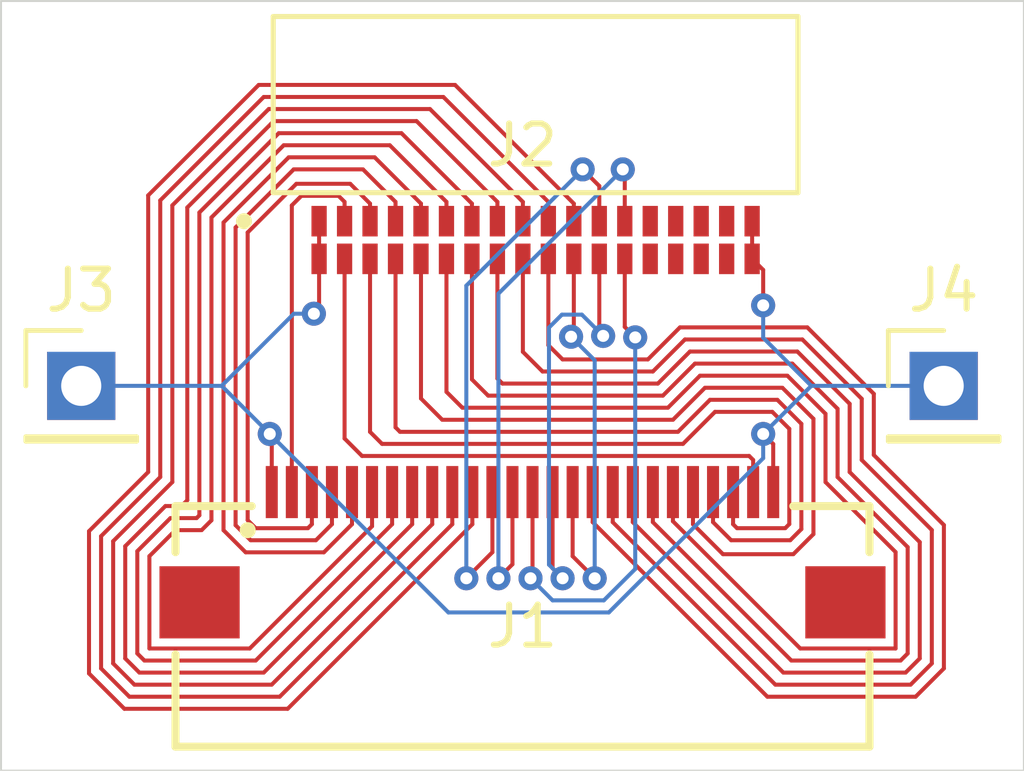
<source format=kicad_pcb>
(kicad_pcb (version 20241229) (generator "pcbnew") (generator_version "9.0")
  (layers (0 "F.Cu" signal) (2 "B.Cu" signal) (13 "F.Paste" user) (15 "B.Paste" user) (5 "F.SilkS" user "F.Silkscreen") (7 "B.SilkS" user "B.Silkscreen") (1 "F.Mask" user) (3 "B.Mask" user) (25 "Edge.Cuts" user))
  (net 0 "")
  (net 1 "Net-(J1-Pad10)")
  (net 2 "Net-(J1-Pad9)")
  (net 3 "Net-(J1-Pad16)")
  (net 4 "Net-(J1-Pad7)")
  (net 5 "Net-(J1-Pad14)")
  (net 6 "Net-(J1-Pad2)")
  (net 7 "Net-(J1-Pad5)")
  (net 8 "Net-(J1-Pad6)")
  (net 9 "Net-(J1-Pad23)")
  (net 10 "Net-(J1-Pad19)")
  (net 11 "GND")
  (net 12 "Net-(J1-Pad4)")
  (net 13 "Net-(J1-Pad15)")
  (net 14 "Net-(J1-Pad12)")
  (net 16 "Net-(J1-Pad18)")
  (net 17 "Net-(J1-Pad13)")
  (net 19 "Net-(J1-Pad20)")
  (net 20 "Net-(J1-Pad25)")
  (net 21 "Net-(J1-Pad22)")
  (net 22 "Net-(J1-Pad11)")
  (net 23 "Net-(J1-Pad3)")
  (net 24 "Net-(J1-Pad21)")
  (net 25 "Net-(J1-Pad8)")
  (net 26 "Net-(J1-Pad24)")
  (net 27 "Net-(J1-Pad17)")
  (footprint "Connector_PinHeader_2.54mm:PinHeader_1x01_P2.54mm_Vertical" (layer "F.Cu") (at 139 102.6)
    (property "Reference" "J3" (at 0 -2.38 0) (layer "F.SilkS"))
    (property "Value" "Conn_01x01_Pin" (hide yes))
    (fp_line (start -1.38 -1.38) (end 0 -1.38) (stroke (width 0.12)) (layer "F.SilkS"))
    (fp_line (start -1.38 0) (end -1.38 -1.38) (stroke (width 0.12)) (layer "F.SilkS"))
    (fp_line (start -1.38 1.27) (end -1.38 1.38) (stroke (width 0.12)) (layer "F.SilkS"))
    (fp_line (start -1.38 1.27) (end 1.38 1.27) (stroke (width 0.12)) (layer "F.SilkS"))
    (fp_line (start -1.38 1.38) (end 1.38 1.38) (stroke (width 0.12)) (layer "F.SilkS"))
    (fp_line (start 1.38 1.27) (end 1.38 1.38) (stroke (width 0.12)) (layer "F.SilkS"))
    (pad "1" thru_hole rect (at 0 0) (size 1.7 1.7) (drill 1) (layers "*.Cu" "*.Mask") (net 11 "GND"))
  )
  (footprint "36pinOmnetics:OMNETICS_A79024-001" (layer "F.Cu") (at 150.32725 98.9622 180)
    (property "Reference" "J2" (at 0.32725 2.3622 0) (layer "F.SilkS"))
    (property "Value" "A79024-001" (hide yes))
    (fp_line (start 6.5405 5.5753) (end -6.5405 5.5753) (stroke (width 0.127)) (layer "F.SilkS"))
    (fp_line (start 6.5405 1.1811) (end 6.5405 5.5753) (stroke (width 0.127)) (layer "F.SilkS"))
    (fp_line (start -6.5405 5.5753) (end -6.5405 1.1811) (stroke (width 0.127)) (layer "F.SilkS"))
    (fp_line (start -6.5405 1.1811) (end 6.5405 1.1811) (stroke (width 0.127)) (layer "F.SilkS"))
    (fp_circle (center 7.27 0.47) (end 7.37 0.47) (stroke (width 0.2)) (fill no) (layer "F.SilkS"))
    (pad "1" smd rect (at 5.3975 0.4699 180) (size 0.381 0.762) (layers "F.Cu" "F.Mask" "F.Paste") (net 11 "GND"))
    (pad "2" smd rect (at 4.7625 0.4699 180) (size 0.381 0.762) (layers "F.Cu" "F.Mask" "F.Paste") (net 6 "Net-(J1-Pad2)"))
    (pad "3" smd rect (at 4.1275 0.4699 180) (size 0.381 0.762) (layers "F.Cu" "F.Mask" "F.Paste") (net 23 "Net-(J1-Pad3)"))
    (pad "4" smd rect (at 3.4925 0.4699 180) (size 0.381 0.762) (layers "F.Cu" "F.Mask" "F.Paste") (net 12 "Net-(J1-Pad4)"))
    (pad "5" smd rect (at 2.8575 0.4699 180) (size 0.381 0.762) (layers "F.Cu" "F.Mask" "F.Paste") (net 7 "Net-(J1-Pad5)"))
    (pad "6" smd rect (at 2.2225 0.4699 180) (size 0.381 0.762) (layers "F.Cu" "F.Mask" "F.Paste") (net 8 "Net-(J1-Pad6)"))
    (pad "7" smd rect (at 1.5875 0.4699 180) (size 0.381 0.762) (layers "F.Cu" "F.Mask" "F.Paste") (net 4 "Net-(J1-Pad7)"))
    (pad "8" smd rect (at 0.9525 0.4699 180) (size 0.381 0.762) (layers "F.Cu" "F.Mask" "F.Paste") (net 25 "Net-(J1-Pad8)"))
    (pad "9" smd rect (at 0.3175 0.4699 180) (size 0.381 0.762) (layers "F.Cu" "F.Mask" "F.Paste") (net 2 "Net-(J1-Pad9)"))
    (pad "10" smd rect (at -0.3175 0.4699 180) (size 0.381 0.762) (layers "F.Cu" "F.Mask" "F.Paste") (net 1 "Net-(J1-Pad10)"))
    (pad "11" smd rect (at -0.9525 0.4699 180) (size 0.381 0.762) (layers "F.Cu" "F.Mask" "F.Paste") (net 22 "Net-(J1-Pad11)"))
    (pad "12" smd rect (at -1.5875 0.4699 180) (size 0.381 0.762) (layers "F.Cu" "F.Mask" "F.Paste") (net 14 "Net-(J1-Pad12)"))
    (pad "13" smd rect (at -2.2225 0.4699 180) (size 0.381 0.762) (layers "F.Cu" "F.Mask" "F.Paste") (net 17 "Net-(J1-Pad13)"))
    (pad "14" smd rect (at -2.8575 0.4699 180) (size 0.381 0.762) (layers "F.Cu" "F.Mask" "F.Paste"))
    (pad "15" smd rect (at -3.4925 0.4699 180) (size 0.381 0.762) (layers "F.Cu" "F.Mask" "F.Paste"))
    (pad "16" smd rect (at -4.1275 0.4699 180) (size 0.381 0.762) (layers "F.Cu" "F.Mask" "F.Paste"))
    (pad "17" smd rect (at -4.7625 0.4699 180) (size 0.381 0.762) (layers "F.Cu" "F.Mask" "F.Paste"))
    (pad "18" smd rect (at -5.3975 0.4699 180) (size 0.381 0.762) (layers "F.Cu" "F.Mask" "F.Paste") (net 11 "GND"))
    (pad "19" smd rect (at 5.3975 -0.4699 180) (size 0.381 0.762) (layers "F.Cu" "F.Mask" "F.Paste") (net 11 "GND"))
    (pad "20" smd rect (at 4.7625 -0.4699 180) (size 0.381 0.762) (layers "F.Cu" "F.Mask" "F.Paste") (net 20 "Net-(J1-Pad25)"))
    (pad "21" smd rect (at 4.1275 -0.4699 180) (size 0.381 0.762) (layers "F.Cu" "F.Mask" "F.Paste") (net 26 "Net-(J1-Pad24)"))
    (pad "22" smd rect (at 3.4925 -0.4699 180) (size 0.381 0.762) (layers "F.Cu" "F.Mask" "F.Paste") (net 9 "Net-(J1-Pad23)"))
    (pad "23" smd rect (at 2.8575 -0.4699 180) (size 0.381 0.762) (layers "F.Cu" "F.Mask" "F.Paste") (net 21 "Net-(J1-Pad22)"))
    (pad "24" smd rect (at 2.2225 -0.4699 180) (size 0.381 0.762) (layers "F.Cu" "F.Mask" "F.Paste") (net 24 "Net-(J1-Pad21)"))
    (pad "25" smd rect (at 1.5875 -0.4699 180) (size 0.381 0.762) (layers "F.Cu" "F.Mask" "F.Paste") (net 19 "Net-(J1-Pad20)"))
    (pad "26" smd rect (at 0.9525 -0.4699 180) (size 0.381 0.762) (layers "F.Cu" "F.Mask" "F.Paste") (net 10 "Net-(J1-Pad19)"))
    (pad "27" smd rect (at 0.3175 -0.4699 180) (size 0.381 0.762) (layers "F.Cu" "F.Mask" "F.Paste") (net 16 "Net-(J1-Pad18)"))
    (pad "28" smd rect (at -0.3175 -0.4699 180) (size 0.381 0.762) (layers "F.Cu" "F.Mask" "F.Paste") (net 27 "Net-(J1-Pad17)"))
    (pad "29" smd rect (at -0.9525 -0.4699 180) (size 0.381 0.762) (layers "F.Cu" "F.Mask" "F.Paste") (net 3 "Net-(J1-Pad16)"))
    (pad "30" smd rect (at -1.5875 -0.4699 180) (size 0.381 0.762) (layers "F.Cu" "F.Mask" "F.Paste") (net 13 "Net-(J1-Pad15)"))
    (pad "31" smd rect (at -2.2225 -0.4699 180) (size 0.381 0.762) (layers "F.Cu" "F.Mask" "F.Paste") (net 5 "Net-(J1-Pad14)"))
    (pad "32" smd rect (at -2.8575 -0.4699 180) (size 0.381 0.762) (layers "F.Cu" "F.Mask" "F.Paste"))
    (pad "33" smd rect (at -3.4925 -0.4699 180) (size 0.381 0.762) (layers "F.Cu" "F.Mask" "F.Paste"))
    (pad "34" smd rect (at -4.1275 -0.4699 180) (size 0.381 0.762) (layers "F.Cu" "F.Mask" "F.Paste"))
    (pad "35" smd rect (at -4.7625 -0.4699 180) (size 0.381 0.762) (layers "F.Cu" "F.Mask" "F.Paste"))
    (pad "36" smd rect (at -5.3975 -0.4699 180) (size 0.381 0.762) (layers "F.Cu" "F.Mask" "F.Paste") (net 11 "GND"))
  )
  (footprint "Connector_PinHeader_2.54mm:PinHeader_1x01_P2.54mm_Vertical" (layer "F.Cu") (at 160.5 102.6)
    (property "Reference" "J4" (at 0 -2.38 0) (layer "F.SilkS"))
    (property "Value" "Conn_01x01_Pin" (hide yes))
    (fp_line (start -1.38 -1.38) (end 0 -1.38) (stroke (width 0.12)) (layer "F.SilkS"))
    (fp_line (start -1.38 0) (end -1.38 -1.38) (stroke (width 0.12)) (layer "F.SilkS"))
    (fp_line (start -1.38 1.27) (end -1.38 1.38) (stroke (width 0.12)) (layer "F.SilkS"))
    (fp_line (start -1.38 1.27) (end 1.38 1.27) (stroke (width 0.12)) (layer "F.SilkS"))
    (fp_line (start -1.38 1.38) (end 1.38 1.38) (stroke (width 0.12)) (layer "F.SilkS"))
    (fp_line (start 1.38 1.27) (end 1.38 1.38) (stroke (width 0.12)) (layer "F.SilkS"))
    (pad "1" thru_hole rect (at 0 0) (size 1.7 1.7) (drill 1) (layers "*.Cu" "*.Mask") (net 11 "GND"))
  )
  (footprint "FPC Connector:FPC_Connector_687126149022" (layer "F.Cu") (at 150 108.6)
    (property "Reference" "J1" (at 0 0 0) (layer "F.SilkS"))
    (property "Value" "6871XX149022_FPC Connector" (hide yes))
    (fp_line (start -8.65 -3) (end -8.65 -1.85) (stroke (width 0.2)) (layer "F.SilkS"))
    (fp_line (start -8.65 0.7) (end -8.65 3) (stroke (width 0.2)) (layer "F.SilkS"))
    (fp_line (start -8.65 3) (end 8.65 3) (stroke (width 0.2)) (layer "F.SilkS"))
    (fp_line (start -6.75 -3) (end -8.65 -3) (stroke (width 0.2)) (layer "F.SilkS"))
    (fp_line (start 6.75 -3) (end 8.65 -3) (stroke (width 0.2)) (layer "F.SilkS"))
    (fp_line (start 8.65 -3) (end 8.65 -1.85) (stroke (width 0.2)) (layer "F.SilkS"))
    (fp_line (start 8.65 3) (end 8.65 0.7) (stroke (width 0.2)) (layer "F.SilkS"))
    (fp_circle (center -6.85 -2.4) (end -6.75 -2.4) (stroke (width 0.2)) (fill no) (layer "F.SilkS"))
    (pad "1" smd rect (at -6.25 -3.35) (size 0.3 1.3) (layers "F.Cu" "F.Mask" "F.Paste") (net 11 "GND"))
    (pad "2" smd rect (at -5.75 -3.35) (size 0.3 1.3) (layers "F.Cu" "F.Mask" "F.Paste") (net 6 "Net-(J1-Pad2)"))
    (pad "3" smd rect (at -5.25 -3.35) (size 0.3 1.3) (layers "F.Cu" "F.Mask" "F.Paste") (net 23 "Net-(J1-Pad3)"))
    (pad "4" smd rect (at -4.75 -3.35) (size 0.3 1.3) (layers "F.Cu" "F.Mask" "F.Paste") (net 12 "Net-(J1-Pad4)"))
    (pad "5" smd rect (at -4.25 -3.35) (size 0.3 1.3) (layers "F.Cu" "F.Mask" "F.Paste") (net 7 "Net-(J1-Pad5)"))
    (pad "6" smd rect (at -3.75 -3.35) (size 0.3 1.3) (layers "F.Cu" "F.Mask" "F.Paste") (net 8 "Net-(J1-Pad6)"))
    (pad "7" smd rect (at -3.25 -3.35) (size 0.3 1.3) (layers "F.Cu" "F.Mask" "F.Paste") (net 4 "Net-(J1-Pad7)"))
    (pad "8" smd rect (at -2.75 -3.35) (size 0.3 1.3) (layers "F.Cu" "F.Mask" "F.Paste") (net 25 "Net-(J1-Pad8)"))
    (pad "9" smd rect (at -2.25 -3.35) (size 0.3 1.3) (layers "F.Cu" "F.Mask" "F.Paste") (net 2 "Net-(J1-Pad9)"))
    (pad "10" smd rect (at -1.75 -3.35) (size 0.3 1.3) (layers "F.Cu" "F.Mask" "F.Paste") (net 1 "Net-(J1-Pad10)"))
    (pad "11" smd rect (at -1.25 -3.35) (size 0.3 1.3) (layers "F.Cu" "F.Mask" "F.Paste") (net 22 "Net-(J1-Pad11)"))
    (pad "12" smd rect (at -0.75 -3.35) (size 0.3 1.3) (layers "F.Cu" "F.Mask" "F.Paste") (net 14 "Net-(J1-Pad12)"))
    (pad "13" smd rect (at -0.25 -3.35) (size 0.3 1.3) (layers "F.Cu" "F.Mask" "F.Paste") (net 17 "Net-(J1-Pad13)"))
    (pad "14" smd rect (at 0.25 -3.35) (size 0.3 1.3) (layers "F.Cu" "F.Mask" "F.Paste") (net 5 "Net-(J1-Pad14)"))
    (pad "15" smd rect (at 0.75 -3.35) (size 0.3 1.3) (layers "F.Cu" "F.Mask" "F.Paste") (net 13 "Net-(J1-Pad15)"))
    (pad "16" smd rect (at 1.25 -3.35) (size 0.3 1.3) (layers "F.Cu" "F.Mask" "F.Paste") (net 3 "Net-(J1-Pad16)"))
    (pad "17" smd rect (at 1.75 -3.35) (size 0.3 1.3) (layers "F.Cu" "F.Mask" "F.Paste") (net 27 "Net-(J1-Pad17)"))
    (pad "18" smd rect (at 2.25 -3.35) (size 0.3 1.3) (layers "F.Cu" "F.Mask" "F.Paste") (net 16 "Net-(J1-Pad18)"))
    (pad "19" smd rect (at 2.75 -3.35) (size 0.3 1.3) (layers "F.Cu" "F.Mask" "F.Paste") (net 10 "Net-(J1-Pad19)"))
    (pad "20" smd rect (at 3.25 -3.35) (size 0.3 1.3) (layers "F.Cu" "F.Mask" "F.Paste") (net 19 "Net-(J1-Pad20)"))
    (pad "21" smd rect (at 3.75 -3.35) (size 0.3 1.3) (layers "F.Cu" "F.Mask" "F.Paste") (net 24 "Net-(J1-Pad21)"))
    (pad "22" smd rect (at 4.25 -3.35) (size 0.3 1.3) (layers "F.Cu" "F.Mask" "F.Paste") (net 21 "Net-(J1-Pad22)"))
    (pad "23" smd rect (at 4.75 -3.35) (size 0.3 1.3) (layers "F.Cu" "F.Mask" "F.Paste") (net 9 "Net-(J1-Pad23)"))
    (pad "24" smd rect (at 5.25 -3.35) (size 0.3 1.3) (layers "F.Cu" "F.Mask" "F.Paste") (net 26 "Net-(J1-Pad24)"))
    (pad "25" smd rect (at 5.75 -3.35) (size 0.3 1.3) (layers "F.Cu" "F.Mask" "F.Paste") (net 20 "Net-(J1-Pad25)"))
    (pad "26" smd rect (at 6.25 -3.35) (size 0.3 1.3) (layers "F.Cu" "F.Mask" "F.Paste") (net 11 "GND"))
    (pad "Z1" smd rect (at -8.05 -0.6) (size 2 1.8) (layers "F.Cu" "F.Mask" "F.Paste"))
    (pad "Z2" smd rect (at 8.05 -0.6) (size 2 1.8) (layers "F.Cu" "F.Mask" "F.Paste"))
  )
  (gr_rect (start 137 93) (end 162.5 112.2) (stroke (width 0.05)) (fill no) (layer "Edge.Cuts"))
  (segment (start 140.969966 97.97316) (end 143.549126 95.394) (width 0.1) (layer "F.Cu") (net 1))
  (segment (start 140.969966 104.875322) (end 140.969966 97.97316) (width 0.1) (layer "F.Cu") (net 1))
  (segment (start 140.200288 110.355) (end 139.495 109.649712) (width 0.1) (layer "F.Cu") (net 1))
  (segment (start 143.947 110.355) (end 140.200288 110.355) (width 0.1) (layer "F.Cu") (net 1))
  (segment (start 139.495 109.649712) (end 139.495 106.350288) (width 0.1) (layer "F.Cu") (net 1))
  (segment (start 148.25 106.052) (end 143.947 110.355) (width 0.1) (layer "F.Cu") (net 1))
  (segment (start 143.549126 95.394) (end 148.02745 95.394) (width 0.1) (layer "F.Cu") (net 1))
  (segment (start 148.02745 95.394) (end 150.64475 98.0113) (width 0.1) (layer "F.Cu") (net 1))
  (segment (start 139.495 106.350288) (end 140.969966 104.875322) (width 0.1) (layer "F.Cu") (net 1))
  (segment (start 148.25 105.25) (end 148.25 106.052) (width 0.1) (layer "F.Cu") (net 1))
  (segment (start 150.64475 98.0113) (end 150.64475 98.4923) (width 0.1) (layer "F.Cu") (net 1))
  (segment (start 150.00975 98.0113) (end 150.00975 98.4923) (width 0.1) (layer "F.Cu") (net 2))
  (segment (start 141.270966 105) (end 141.270966 98.097838) (width 0.1) (layer "F.Cu") (net 2))
  (segment (start 147.75 106.052) (end 143.748 110.054) (width 0.1) (layer "F.Cu") (net 2))
  (segment (start 140.324966 110.054) (end 139.796 109.525034) (width 0.1) (layer "F.Cu") (net 2))
  (segment (start 143.748 110.054) (end 140.324966 110.054) (width 0.1) (layer "F.Cu") (net 2))
  (segment (start 147.75 105.25) (end 147.75 106.052) (width 0.1) (layer "F.Cu") (net 2))
  (segment (start 143.673804 95.695) (end 147.69345 95.695) (width 0.1) (layer "F.Cu") (net 2))
  (segment (start 147.69345 95.695) (end 150.00975 98.0113) (width 0.1) (layer "F.Cu") (net 2))
  (segment (start 141.270966 98.097838) (end 143.673804 95.695) (width 0.1) (layer "F.Cu") (net 2))
  (segment (start 139.796 106.474966) (end 141.270966 105) (width 0.1) (layer "F.Cu") (net 2))
  (segment (start 139.796 109.525034) (end 139.796 106.474966) (width 0.1) (layer "F.Cu") (net 2))
  (segment (start 151.27975 101.306) (end 151.27975 99.4321) (width 0.1) (layer "F.Cu") (net 3))
  (segment (start 151.211284 101.374466) (end 151.27975 101.306) (width 0.1) (layer "F.Cu") (net 3))
  (segment (start 151.25 106.849997) (end 151.800003 107.4) (width 0.1) (layer "F.Cu") (net 3))
  (segment (start 151.25 105.25) (end 151.25 106.849997) (width 0.1) (layer "F.Cu") (net 3))
  (via (at 151.800003 107.4) (size 0.6) (drill 0.3) (layers "F.Cu" "B.Cu") (net 3))
  (via (at 151.211284 101.374466) (size 0.6) (drill 0.3) (layers "F.Cu" "B.Cu") (net 3))
  (segment (start 151.800003 107.4) (end 151.800003 101.963185) (width 0.1) (layer "B.Cu") (net 3))
  (segment (start 151.800003 101.963185) (end 151.211284 101.374466) (width 0.1) (layer "B.Cu") (net 3))
  (segment (start 140.398 106.724322) (end 141.223322 105.899) (width 0.1) (layer "F.Cu") (net 4))
  (segment (start 146.75 105.25) (end 146.75 106.052) (width 0.1) (layer "F.Cu") (net 4))
  (segment (start 146.98295 96.297) (end 148.73975 98.0538) (width 0.1) (layer "F.Cu") (net 4))
  (segment (start 146.75 106.052) (end 143.35 109.452) (width 0.1) (layer "F.Cu") (net 4))
  (segment (start 143.92316 96.297) (end 146.98295 96.297) (width 0.1) (layer "F.Cu") (net 4))
  (segment (start 141.945 98.27516) (end 143.92316 96.297) (width 0.1) (layer "F.Cu") (net 4))
  (segment (start 141.875322 105.899) (end 141.945 105.829322) (width 0.1) (layer "F.Cu") (net 4))
  (segment (start 141.223322 105.899) (end 141.875322 105.899) (width 0.1) (layer "F.Cu") (net 4))
  (segment (start 140.398 109.275678) (end 140.398 106.724322) (width 0.1) (layer "F.Cu") (net 4))
  (segment (start 143.35 109.452) (end 140.574322 109.452) (width 0.1) (layer "F.Cu") (net 4))
  (segment (start 141.945 105.829322) (end 141.945 98.27516) (width 0.1) (layer "F.Cu") (net 4))
  (segment (start 148.73975 98.0538) (end 148.73975 98.4923) (width 0.1) (layer "F.Cu") (net 4))
  (segment (start 140.574322 109.452) (end 140.398 109.275678) (width 0.1) (layer "F.Cu") (net 4))
  (segment (start 152.810166 101.391) (end 152.54975 101.130584) (width 0.1) (layer "F.Cu") (net 5))
  (segment (start 152.54975 101.130584) (end 152.54975 99.4321) (width 0.1) (layer "F.Cu") (net 5))
  (segment (start 150.25 107.349997) (end 150.199997 107.4) (width 0.1) (layer "F.Cu") (net 5))
  (segment (start 150.25 105.25) (end 150.25 107.349997) (width 0.1) (layer "F.Cu") (net 5))
  (via (at 152.810166 101.391) (size 0.6) (drill 0.3) (layers "F.Cu" "B.Cu") (net 5))
  (via (at 150.199997 107.4) (size 0.6) (drill 0.3) (layers "F.Cu" "B.Cu") (net 5))
  (segment (start 152.028235 107.951) (end 152.810166 107.169069) (width 0.1) (layer "B.Cu") (net 5))
  (segment (start 150.199997 107.4) (end 150.750997 107.951) (width 0.1) (layer "B.Cu") (net 5))
  (segment (start 150.750997 107.951) (end 152.028235 107.951) (width 0.1) (layer "B.Cu") (net 5))
  (segment (start 152.810166 107.169069) (end 152.810166 101.391) (width 0.1) (layer "B.Cu") (net 5))
  (segment (start 144.25 105.25) (end 144.25 98.09855) (width 0.1) (layer "F.Cu") (net 6))
  (segment (start 144.48825 97.8603) (end 145.41375 97.8603) (width 0.1) (layer "F.Cu") (net 6))
  (segment (start 144.25 98.09855) (end 144.48825 97.8603) (width 0.1) (layer "F.Cu") (net 6))
  (segment (start 145.56475 98.0113) (end 145.56475 98.4923) (width 0.1) (layer "F.Cu") (net 6))
  (segment (start 145.41375 97.8603) (end 145.56475 98.0113) (width 0.1) (layer "F.Cu") (net 6))
  (segment (start 146.31495 96.899) (end 147.46975 98.0538) (width 0.1) (layer "F.Cu") (net 7))
  (segment (start 142.547 98.524516) (end 144.172516 96.899) (width 0.1) (layer "F.Cu") (net 7))
  (segment (start 144.172516 96.899) (end 146.31495 96.899) (width 0.1) (layer "F.Cu") (net 7))
  (segment (start 145.049 106.753) (end 143.099644 106.753) (width 0.1) (layer "F.Cu") (net 7))
  (segment (start 143.099644 106.753) (end 142.547 106.200356) (width 0.1) (layer "F.Cu") (net 7))
  (segment (start 145.75 106.052) (end 145.049 106.753) (width 0.1) (layer "F.Cu") (net 7))
  (segment (start 147.46975 98.0538) (end 147.46975 98.4923) (width 0.1) (layer "F.Cu") (net 7))
  (segment (start 145.75 105.25) (end 145.75 106.052) (width 0.1) (layer "F.Cu") (net 7))
  (segment (start 142.547 106.200356) (end 142.547 98.524516) (width 0.1) (layer "F.Cu") (net 7))
  (segment (start 142.246 105.954) (end 142.246 98.399838) (width 0.1) (layer "F.Cu") (net 8))
  (segment (start 146.25 105.25) (end 146.25 106.102) (width 0.1) (layer "F.Cu") (net 8))
  (segment (start 143.201 109.151) (end 140.699 109.151) (width 0.1) (layer "F.Cu") (net 8))
  (segment (start 146.25 106.102) (end 143.201 109.151) (width 0.1) (layer "F.Cu") (net 8))
  (segment (start 142.246 98.399838) (end 144.047838 96.598) (width 0.1) (layer "F.Cu") (net 8))
  (segment (start 140.699 106.849) (end 141.348 106.2) (width 0.1) (layer "F.Cu") (net 8))
  (segment (start 146.69145 96.598) (end 148.10475 98.0113) (width 0.1) (layer "F.Cu") (net 8))
  (segment (start 144.047838 96.598) (end 146.69145 96.598) (width 0.1) (layer "F.Cu") (net 8))
  (segment (start 142 106.2) (end 142.246 105.954) (width 0.1) (layer "F.Cu") (net 8))
  (segment (start 141.348 106.2) (end 142 106.2) (width 0.1) (layer "F.Cu") (net 8))
  (segment (start 148.10475 98.0113) (end 148.10475 98.4923) (width 0.1) (layer "F.Cu") (net 8))
  (segment (start 140.699 109.151) (end 140.699 106.849) (width 0.1) (layer "F.Cu") (net 8))
  (segment (start 146.947 103.747) (end 153.875322 103.747) (width 0.1) (layer "F.Cu") (net 9))
  (segment (start 146.83475 99.4321) (end 146.83475 103.63475) (width 0.1) (layer "F.Cu") (net 9))
  (segment (start 156.952 103.54709) (end 156.952 106.173678) (width 0.1) (layer "F.Cu") (net 9))
  (segment (start 156.952 106.173678) (end 156.673678 106.452) (width 0.1) (layer "F.Cu") (net 9))
  (segment (start 155.202 106.452) (end 154.75 106) (width 0.1) (layer "F.Cu") (net 9))
  (segment (start 154.75 106) (end 154.75 105.25) (width 0.1) (layer "F.Cu") (net 9))
  (segment (start 146.83475 103.63475) (end 146.947 103.747) (width 0.1) (layer "F.Cu") (net 9))
  (segment (start 156.35291 102.948) (end 156.952 103.54709) (width 0.1) (layer "F.Cu") (net 9))
  (segment (start 153.875322 103.747) (end 154.674322 102.948) (width 0.1) (layer "F.Cu") (net 9))
  (segment (start 154.674322 102.948) (end 156.35291 102.948) (width 0.1) (layer "F.Cu") (net 9))
  (segment (start 156.673678 106.452) (end 155.202 106.452) (width 0.1) (layer "F.Cu") (net 9))
  (segment (start 153.375322 102.543) (end 154.174322 101.744) (width 0.1) (layer "F.Cu") (net 10))
  (segment (start 149.37475 102.41775) (end 149.5 102.543) (width 0.1) (layer "F.Cu") (net 10))
  (segment (start 156.503 109.753) (end 152.75 106) (width 0.1) (layer "F.Cu") (net 10))
  (segment (start 156.851622 101.744) (end 158.156 103.048378) (width 0.1) (layer "F.Cu") (net 10))
  (segment (start 154.174322 101.744) (end 156.851622 101.744) (width 0.1) (layer "F.Cu") (net 10))
  (segment (start 159.903 106.497644) (end 159.903 109.400356) (width 0.1) (layer "F.Cu") (net 10))
  (segment (start 149.37475 99.4321) (end 149.37475 102.41775) (width 0.1) (layer "F.Cu") (net 10))
  (segment (start 158.156 104.750644) (end 159.903 106.497644) (width 0.1) (layer "F.Cu") (net 10))
  (segment (start 152.75 106) (end 152.75 105.25) (width 0.1) (layer "F.Cu") (net 10))
  (segment (start 159.903 109.400356) (end 159.550356 109.753) (width 0.1) (layer "F.Cu") (net 10))
  (segment (start 149.5 102.543) (end 153.375322 102.543) (width 0.1) (layer "F.Cu") (net 10))
  (segment (start 159.550356 109.753) (end 156.503 109.753) (width 0.1) (layer "F.Cu") (net 10))
  (segment (start 158.156 103.048378) (end 158.156 104.750644) (width 0.1) (layer "F.Cu") (net 10))
  (segment (start 143.75 103.85) (end 143.7 103.8) (width 0.1) (layer "F.Cu") (net 11))
  (segment (start 143.75 105.25) (end 143.75 103.85) (width 0.1) (layer "F.Cu") (net 11))
  (segment (start 156.25 104.05) (end 156 103.8) (width 0.1) (layer "F.Cu") (net 11))
  (segment (start 144.92975 99.52975) (end 145 99.6) (width 0.1) (layer "F.Cu") (net 11))
  (segment (start 156 99.70735) (end 155.72475 99.4321) (width 0.1) (layer "F.Cu") (net 11))
  (segment (start 144.92975 99.4321) (end 144.92975 98.4923) (width 0.1) (layer "F.Cu") (net 11))
  (segment (start 155.72475 98.4923) (end 155.72475 99.4321) (width 0.1) (layer "F.Cu") (net 11))
  (segment (start 144.92975 100.67025) (end 144.8 100.8) (width 0.1) (layer "F.Cu") (net 11))
  (segment (start 156 100.592) (end 156 99.70735) (width 0.1) (layer "F.Cu") (net 11))
  (segment (start 156.25 105.25) (end 156.25 104.05) (width 0.1) (layer "F.Cu") (net 11))
  (segment (start 144.92975 99.4321) (end 144.92975 100.67025) (width 0.1) (layer "F.Cu") (net 11))
  (via (at 143.7 103.8) (size 0.6) (drill 0.3) (layers "F.Cu" "B.Cu") (net 11))
  (via (at 144.8 100.8) (size 0.6) (drill 0.3) (layers "F.Cu" "B.Cu") (net 11))
  (via (at 156 103.8) (size 0.6) (drill 0.3) (layers "F.Cu" "B.Cu") (net 11))
  (via (at 156 100.592) (size 0.6) (drill 0.3) (layers "F.Cu" "B.Cu") (net 11))
  (segment (start 144.3 100.8) (end 142.5 102.6) (width 0.1) (layer "B.Cu") (net 11))
  (segment (start 156 101.4) (end 156 100.592) (width 0.1) (layer "B.Cu") (net 11))
  (segment (start 144.8 100.8) (end 144.3 100.8) (width 0.1) (layer "B.Cu") (net 11))
  (segment (start 143.7 103.8) (end 142.5 102.6) (width 0.1) (layer "B.Cu") (net 11))
  (segment (start 156 103.8) (end 157.2 102.6) (width 0.1) (layer "B.Cu") (net 11))
  (segment (start 157.2 102.6) (end 160.5 102.6) (width 0.1) (layer "B.Cu") (net 11))
  (segment (start 143.7 103.8) (end 148.152 108.252) (width 0.1) (layer "B.Cu") (net 11))
  (segment (start 152.152913 108.252) (end 156 104.404913) (width 0.1) (layer "B.Cu") (net 11))
  (segment (start 156 104.404913) (end 156 103.8) (width 0.1) (layer "B.Cu") (net 11))
  (segment (start 157.2 102.6) (end 156 101.4) (width 0.1) (layer "B.Cu") (net 11))
  (segment (start 142.5 102.6) (end 139 102.6) (width 0.1) (layer "B.Cu") (net 11))
  (segment (start 148.152 108.252) (end 152.152913 108.252) (width 0.1) (layer "B.Cu") (net 11))
  (segment (start 146.83475 98.0113) (end 146.83475 98.4923) (width 0.1) (layer "F.Cu") (net 12))
  (segment (start 142.848 106.075678) (end 142.848 98.649194) (width 0.1) (layer "F.Cu") (net 12))
  (segment (start 145.25 106.052) (end 144.85 106.452) (width 0.1) (layer "F.Cu") (net 12))
  (segment (start 146.02345 97.2) (end 146.83475 98.0113) (width 0.1) (layer "F.Cu") (net 12))
  (segment (start 145.25 105.25) (end 145.25 106.052) (width 0.1) (layer "F.Cu") (net 12))
  (segment (start 144.297194 97.2) (end 146.02345 97.2) (width 0.1) (layer "F.Cu") (net 12))
  (segment (start 142.848 98.649194) (end 144.297194 97.2) (width 0.1) (layer "F.Cu") (net 12))
  (segment (start 144.85 106.452) (end 143.224322 106.452) (width 0.1) (layer "F.Cu") (net 12))
  (segment (start 143.224322 106.452) (end 142.848 106.075678) (width 0.1) (layer "F.Cu") (net 12))
  (segment (start 152.011023 101.353933) (end 151.91475 101.25766) (width 0.1) (layer "F.Cu") (net 13))
  (segment (start 150.75 107.15) (end 151 107.4) (width 0.1) (layer "F.Cu") (net 13))
  (segment (start 150.75 105.25) (end 150.75 107.15) (width 0.1) (layer "F.Cu") (net 13))
  (segment (start 151.91475 101.25766) (end 151.91475 99.4321) (width 0.1) (layer "F.Cu") (net 13))
  (via (at 151 107.4) (size 0.6) (drill 0.3) (layers "F.Cu" "B.Cu") (net 13))
  (via (at 152.011023 101.353933) (size 0.6) (drill 0.3) (layers "F.Cu" "B.Cu") (net 13))
  (segment (start 150.660284 107.060284) (end 151 107.4) (width 0.1) (layer "B.Cu") (net 13))
  (segment (start 151.480556 100.823466) (end 150.983052 100.823466) (width 0.1) (layer "B.Cu") (net 13))
  (segment (start 152.011023 101.353933) (end 151.480556 100.823466) (width 0.1) (layer "B.Cu") (net 13))
  (segment (start 150.983052 100.823466) (end 150.660284 101.146234) (width 0.1) (layer "B.Cu") (net 13))
  (segment (start 150.660284 101.146234) (end 150.660284 107.060284) (width 0.1) (layer "B.Cu") (net 13))
  (segment (start 151.5 97.2) (end 151.91475 97.61475) (width 0.1) (layer "F.Cu") (net 14))
  (segment (start 149.25 105.25) (end 149.25 106.749991) (width 0.1) (layer "F.Cu") (net 14))
  (segment (start 149.25 106.749991) (end 148.599991 107.4) (width 0.1) (layer "F.Cu") (net 14))
  (segment (start 151.91475 97.61475) (end 151.91475 98.4923) (width 0.1) (layer "F.Cu") (net 14))
  (via (at 148.599991 107.4) (size 0.6) (drill 0.3) (layers "F.Cu" "B.Cu") (net 14))
  (via (at 151.5 97.2) (size 0.6) (drill 0.3) (layers "F.Cu" "B.Cu") (net 14))
  (segment (start 148.599991 107.4) (end 148.599991 100.100009) (width 0.1) (layer "B.Cu") (net 14))
  (segment (start 148.599991 100.100009) (end 151.5 97.2) (width 0.1) (layer "B.Cu") (net 14))
  (segment (start 159.675034 110.054) (end 156.304 110.054) (width 0.1) (layer "F.Cu") (net 16))
  (segment (start 150.00975 99.4321) (end 150.00975 101.75175) (width 0.1) (layer "F.Cu") (net 16))
  (segment (start 150.00975 101.75175) (end 150.5 102.242) (width 0.1) (layer "F.Cu") (net 16))
  (segment (start 160.204 109.525034) (end 159.675034 110.054) (width 0.1) (layer "F.Cu") (net 16))
  (segment (start 154.049644 101.443) (end 156.9763 101.443) (width 0.1) (layer "F.Cu") (net 16))
  (segment (start 160.204 106.196644) (end 160.204 109.525034) (width 0.1) (layer "F.Cu") (net 16))
  (segment (start 153.250644 102.242) (end 154.049644 101.443) (width 0.1) (layer "F.Cu") (net 16))
  (segment (start 156.304 110.054) (end 152.25 106) (width 0.1) (layer "F.Cu") (net 16))
  (segment (start 150.5 102.242) (end 153.250644 102.242) (width 0.1) (layer "F.Cu") (net 16))
  (segment (start 158.457 104.449644) (end 160.204 106.196644) (width 0.1) (layer "F.Cu") (net 16))
  (segment (start 156.9763 101.443) (end 158.457 102.9237) (width 0.1) (layer "F.Cu") (net 16))
  (segment (start 152.25 106) (end 152.25 105.25) (width 0.1) (layer "F.Cu") (net 16))
  (segment (start 158.457 102.9237) (end 158.457 104.449644) (width 0.1) (layer "F.Cu") (net 16))
  (segment (start 152.5 97.2) (end 152.54975 97.24975) (width 0.1) (layer "F.Cu") (net 17))
  (segment (start 149.75 107.049994) (end 149.399994 107.4) (width 0.1) (layer "F.Cu") (net 17))
  (segment (start 149.75 105.25) (end 149.75 107.049994) (width 0.1) (layer "F.Cu") (net 17))
  (segment (start 152.54975 97.24975) (end 152.54975 98.4923) (width 0.1) (layer "F.Cu") (net 17))
  (via (at 149.399994 107.4) (size 0.6) (drill 0.3) (layers "F.Cu" "B.Cu") (net 17))
  (via (at 152.5 97.2) (size 0.6) (drill 0.3) (layers "F.Cu" "B.Cu") (net 17))
  (segment (start 149.399994 107.4) (end 149.399994 100.300006) (width 0.1) (layer "B.Cu") (net 17))
  (segment (start 149.399994 100.300006) (end 152.5 97.2) (width 0.1) (layer "B.Cu") (net 17))
  (segment (start 156.726944 102.045) (end 157.855 103.173056) (width 0.1) (layer "F.Cu") (net 19))
  (segment (start 159.602 106.622322) (end 159.602 109.275678) (width 0.1) (layer "F.Cu") (net 19))
  (segment (start 159.602 109.275678) (end 159.425678 109.452) (width 0.1) (layer "F.Cu") (net 19))
  (segment (start 156.702 109.452) (end 153.25 106) (width 0.1) (layer "F.Cu") (net 19))
  (segment (start 153.5 102.844) (end 154.299 102.045) (width 0.1) (layer "F.Cu") (net 19))
  (segment (start 154.299 102.045) (end 156.726944 102.045) (width 0.1) (layer "F.Cu") (net 19))
  (segment (start 148.73975 102.43975) (end 149.144 102.844) (width 0.1) (layer "F.Cu") (net 19))
  (segment (start 157.855 103.173056) (end 157.855 104.875322) (width 0.1) (layer "F.Cu") (net 19))
  (segment (start 153.25 106) (end 153.25 105.25) (width 0.1) (layer "F.Cu") (net 19))
  (segment (start 157.855 104.875322) (end 159.602 106.622322) (width 0.1) (layer "F.Cu") (net 19))
  (segment (start 149.144 102.844) (end 153.5 102.844) (width 0.1) (layer "F.Cu") (net 19))
  (segment (start 159.425678 109.452) (end 156.702 109.452) (width 0.1) (layer "F.Cu") (net 19))
  (segment (start 148.73975 99.4321) (end 148.73975 102.43975) (width 0.1) (layer "F.Cu") (net 19))
  (segment (start 155.651 104.349) (end 155.75 104.448) (width 0.1) (layer "F.Cu") (net 20))
  (segment (start 145.56475 99.4321) (end 145.56475 103.91375) (width 0.1) (layer "F.Cu") (net 20))
  (segment (start 146 104.349) (end 155.651 104.349) (width 0.1) (layer "F.Cu") (net 20))
  (segment (start 155.75 104.448) (end 155.75 105.25) (width 0.1) (layer "F.Cu") (net 20))
  (segment (start 145.56475 103.91375) (end 146 104.349) (width 0.1) (layer "F.Cu") (net 20))
  (segment (start 156.477588 102.647) (end 157.253 103.422412) (width 0.1) (layer "F.Cu") (net 21))
  (segment (start 148 103.446) (end 153.750644 103.446) (width 0.1) (layer "F.Cu") (net 21))
  (segment (start 156.751356 106.8) (end 154.998 106.8) (width 0.1) (layer "F.Cu") (net 21))
  (segment (start 154.998 106.8) (end 154.25 106.052) (width 0.1) (layer "F.Cu") (net 21))
  (segment (start 154.549644 102.647) (end 156.477588 102.647) (width 0.1) (layer "F.Cu") (net 21))
  (segment (start 147.46975 102.91575) (end 148 103.446) (width 0.1) (layer "F.Cu") (net 21))
  (segment (start 157.253 103.422412) (end 157.253 106.298356) (width 0.1) (layer "F.Cu") (net 21))
  (segment (start 154.25 106.052) (end 154.25 105.25) (width 0.1) (layer "F.Cu") (net 21))
  (segment (start 153.750644 103.446) (end 154.549644 102.647) (width 0.1) (layer "F.Cu") (net 21))
  (segment (start 147.46975 99.4321) (end 147.46975 102.91575) (width 0.1) (layer "F.Cu") (net 21))
  (segment (start 157.253 106.298356) (end 156.751356 106.8) (width 0.1) (layer "F.Cu") (net 21))
  (segment (start 139.194 109.77439) (end 139.194 106.22561) (width 0.1) (layer "F.Cu") (net 22))
  (segment (start 140.668966 97.848482) (end 143.424448 95.093) (width 0.1) (layer "F.Cu") (net 22))
  (segment (start 148.75 106.052) (end 144.146 110.656) (width 0.1) (layer "F.Cu") (net 22))
  (segment (start 148.31895 95.093) (end 151.27975 98.0538) (width 0.1) (layer "F.Cu") (net 22))
  (segment (start 140.07561 110.656) (end 139.194 109.77439) (width 0.1) (layer "F.Cu") (net 22))
  (segment (start 140.668966 104.750644) (end 140.668966 97.848482) (width 0.1) (layer "F.Cu") (net 22))
  (segment (start 151.27975 98.0538) (end 151.27975 98.4923) (width 0.1) (layer "F.Cu") (net 22))
  (segment (start 139.194 106.22561) (end 140.668966 104.750644) (width 0.1) (layer "F.Cu") (net 22))
  (segment (start 148.75 105.25) (end 148.75 106.052) (width 0.1) (layer "F.Cu") (net 22))
  (segment (start 144.146 110.656) (end 140.07561 110.656) (width 0.1) (layer "F.Cu") (net 22))
  (segment (start 143.424448 95.093) (end 148.31895 95.093) (width 0.1) (layer "F.Cu") (net 22))
  (segment (start 143.149 98.773872) (end 144.363572 97.5593) (width 0.1) (layer "F.Cu") (net 23))
  (segment (start 144.75 105.25) (end 144.75 106.052) (width 0.1) (layer "F.Cu") (net 23))
  (segment (start 144.651 106.151) (end 143.349 106.151) (width 0.1) (layer "F.Cu") (net 23))
  (segment (start 144.363572 97.5593) (end 145.70525 97.5593) (width 0.1) (layer "F.Cu") (net 23))
  (segment (start 145.70525 97.5593) (end 146.19975 98.0538) (width 0.1) (layer "F.Cu") (net 23))
  (segment (start 146.19975 98.0538) (end 146.19975 98.4923) (width 0.1) (layer "F.Cu") (net 23))
  (segment (start 143.349 106.151) (end 143.149 105.951) (width 0.1) (layer "F.Cu") (net 23))
  (segment (start 143.149 105.951) (end 143.149 98.773872) (width 0.1) (layer "F.Cu") (net 23))
  (segment (start 144.75 106.052) (end 144.651 106.151) (width 0.1) (layer "F.Cu") (net 23))
  (segment (start 148.10475 102.74975) (end 148.5 103.145) (width 0.1) (layer "F.Cu") (net 24))
  (segment (start 148.5 103.145) (end 153.625966 103.145) (width 0.1) (layer "F.Cu") (net 24))
  (segment (start 157.554 103.297734) (end 157.554 105) (width 0.1) (layer "F.Cu") (net 24))
  (segment (start 157.554 105) (end 159.301 106.747) (width 0.1) (layer "F.Cu") (net 24))
  (segment (start 153.75 105.977678) (end 153.75 105.25) (width 0.1) (layer "F.Cu") (net 24))
  (segment (start 156.923322 109.151) (end 153.75 105.977678) (width 0.1) (layer "F.Cu") (net 24))
  (segment (start 159.301 109.151) (end 156.923322 109.151) (width 0.1) (layer "F.Cu") (net 24))
  (segment (start 159.301 106.747) (end 159.301 109.151) (width 0.1) (layer "F.Cu") (net 24))
  (segment (start 154.424966 102.346) (end 156.602266 102.346) (width 0.1) (layer "F.Cu") (net 24))
  (segment (start 148.10475 99.4321) (end 148.10475 102.74975) (width 0.1) (layer "F.Cu") (net 24))
  (segment (start 156.602266 102.346) (end 157.554 103.297734) (width 0.1) (layer "F.Cu") (net 24))
  (segment (start 153.625966 103.145) (end 154.424966 102.346) (width 0.1) (layer "F.Cu") (net 24))
  (segment (start 147.35945 95.996) (end 149.37475 98.0113) (width 0.1) (layer "F.Cu") (net 25))
  (segment (start 141.644 105.454) (end 141.644 98.150482) (width 0.1) (layer "F.Cu") (net 25))
  (segment (start 141.5 105.598) (end 141.644 105.454) (width 0.1) (layer "F.Cu") (net 25))
  (segment (start 147.25 106.052) (end 143.549 109.753) (width 0.1) (layer "F.Cu") (net 25))
  (segment (start 143.549 109.753) (end 140.449644 109.753) (width 0.1) (layer "F.Cu") (net 25))
  (segment (start 149.37475 98.0113) (end 149.37475 98.4923) (width 0.1) (layer "F.Cu") (net 25))
  (segment (start 141.098644 105.598) (end 141.5 105.598) (width 0.1) (layer "F.Cu") (net 25))
  (segment (start 140.449644 109.753) (end 140.097 109.400356) (width 0.1) (layer "F.Cu") (net 25))
  (segment (start 143.798482 95.996) (end 147.35945 95.996) (width 0.1) (layer "F.Cu") (net 25))
  (segment (start 147.25 105.25) (end 147.25 106.052) (width 0.1) (layer "F.Cu") (net 25))
  (segment (start 140.097 106.599644) (end 141.098644 105.598) (width 0.1) (layer "F.Cu") (net 25))
  (segment (start 140.097 109.400356) (end 140.097 106.599644) (width 0.1) (layer "F.Cu") (net 25))
  (segment (start 141.644 98.150482) (end 143.798482 95.996) (width 0.1) (layer "F.Cu") (net 25))
  (segment (start 156.228232 103.249) (end 156.651 103.671768) (width 0.1) (layer "F.Cu") (net 26))
  (segment (start 146.19975 103.74775) (end 146.5 104.048) (width 0.1) (layer "F.Cu") (net 26))
  (segment (start 154 104.048) (end 154.799 103.249) (width 0.1) (layer "F.Cu") (net 26))
  (segment (start 156.651 106.049) (end 156.549 106.151) (width 0.1) (layer "F.Cu") (net 26))
  (segment (start 146.5 104.048) (end 154 104.048) (width 0.1) (layer "F.Cu") (net 26))
  (segment (start 154.799 103.249) (end 156.228232 103.249) (width 0.1) (layer "F.Cu") (net 26))
  (segment (start 156.651 103.671768) (end 156.651 106.049) (width 0.1) (layer "F.Cu") (net 26))
  (segment (start 156.549 106.151) (end 155.349 106.151) (width 0.1) (layer "F.Cu") (net 26))
  (segment (start 146.19975 99.4321) (end 146.19975 103.74775) (width 0.1) (layer "F.Cu") (net 26))
  (segment (start 155.349 106.151) (end 155.25 106.052) (width 0.1) (layer "F.Cu") (net 26))
  (segment (start 155.25 106.052) (end 155.25 105.25) (width 0.1) (layer "F.Cu") (net 26))
  (segment (start 153.125966 101.941) (end 153.924966 101.142) (width 0.1) (layer "F.Cu") (net 27))
  (segment (start 158.758 102.799022) (end 158.758 104.324966) (width 0.1) (layer "F.Cu") (net 27))
  (segment (start 156.105 110.355) (end 151.75 106) (width 0.1) (layer "F.Cu") (net 27))
  (segment (start 150.64475 99.4321) (end 150.64475 101.58575) (width 0.1) (layer "F.Cu") (net 27))
  (segment (start 153.924966 101.142) (end 157.100978 101.142) (width 0.1) (layer "F.Cu") (net 27))
  (segment (start 150.64475 101.58575) (end 151 101.941) (width 0.1) (layer "F.Cu") (net 27))
  (segment (start 151 101.941) (end 153.125966 101.941) (width 0.1) (layer "F.Cu") (net 27))
  (segment (start 157.100978 101.142) (end 158.758 102.799022) (width 0.1) (layer "F.Cu") (net 27))
  (segment (start 159.799712 110.355) (end 156.105 110.355) (width 0.1) (layer "F.Cu") (net 27))
  (segment (start 151.75 106) (end 151.75 105.25) (width 0.1) (layer "F.Cu") (net 27))
  (segment (start 160.505 106.071966) (end 160.505 109.649712) (width 0.1) (layer "F.Cu") (net 27))
  (segment (start 158.758 104.324966) (end 160.505 106.071966) (width 0.1) (layer "F.Cu") (net 27))
  (segment (start 160.505 109.649712) (end 159.799712 110.355) (width 0.1) (layer "F.Cu") (net 27))
)
</source>
